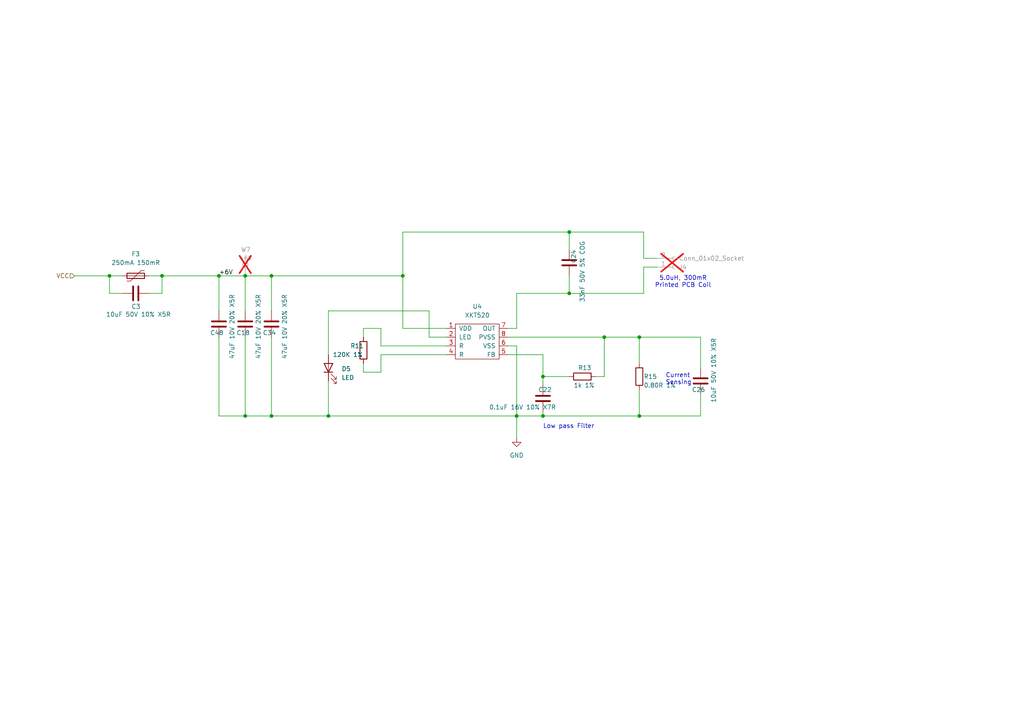
<source format=kicad_sch>
(kicad_sch (version 20250114) (generator "eeschema") (generator_version "9.0")
  (paper "A4")
  (title_block (title "Hex Charger PCB") (date "2025-10-02") (rev "1.4") (company "Systemic Games, LLC"))
  (lib_symbols
    (symbol "Connector:Conn_01x02_Socket" (pin_names (offset 1.016) (hide yes))
      (property "Reference" "J" (at 0 2.54 0))
      (property "Value" "Conn_01x02_Socket" (at 0 -5.08 0))
      (symbol "Conn_01x02_Socket_1_1"
        (polyline (pts (xy -1.27 0) (xy -0.508 0)) (stroke (width 0.1524)))
        (polyline (pts (xy -1.27 -2.54) (xy -0.508 -2.54)) (stroke (width 0.1524)))
        (arc (start 0 -0.508) (mid -0.5058 0) (end 0 0.508) (stroke (width 0.1524)))
        (arc (start 0 -3.048) (mid -0.5058 -2.54) (end 0 -2.032) (stroke (width 0.1524)))
        (pin passive line (at -5.08 0 0) (length 3.81) (name "Pin_1") (number "1"))
        (pin passive line (at -5.08 -2.54 0) (length 3.81) (name "Pin_2") (number "2"))
      )
    )
    (symbol "Device:C" (pin_numbers (hide yes)) (pin_names (offset 0.254))
      (property "Reference" "C" (at 0.635 2.54 0))
      (property "Value" "C" (at 0.635 -2.54 0))
      (symbol "C_0_1"
        (polyline (pts (xy -2.032 0.762) (xy 2.032 0.762)) (stroke (width 0.508)))
        (polyline (pts (xy -2.032 -0.762) (xy 2.032 -0.762)) (stroke (width 0.508)))
      )
      (symbol "C_1_1"
        (pin passive line (at 0 3.81 270) (length 2.794) (name "~") (number "1"))
        (pin passive line (at 0 -3.81 90) (length 2.794) (name "~") (number "2"))
      )
    )
    (symbol "Device:LED" (pin_numbers (hide yes)) (pin_names (offset 1.016) (hide yes))
      (property "Reference" "D" (at 0 2.54 0))
      (property "Value" "LED" (at 0 -2.54 0))
      (symbol "LED_0_1"
        (polyline (pts (xy -3.048 -0.762) (xy -4.572 -2.286) (xy -3.81 -2.286) (xy -4.572 -2.286) (xy -4.572 -1.524)))
        (polyline (pts (xy -1.778 -0.762) (xy -3.302 -2.286) (xy -2.54 -2.286) (xy -3.302 -2.286) (xy -3.302 -1.524)))
        (polyline (pts (xy -1.27 0) (xy 1.27 0)))
        (polyline (pts (xy -1.27 -1.27) (xy -1.27 1.27)) (stroke (width 0.254)))
        (polyline (pts (xy 1.27 -1.27) (xy 1.27 1.27) (xy -1.27 0) (xy 1.27 -1.27)) (stroke (width 0.254)))
      )
      (symbol "LED_1_1"
        (pin passive line (at -3.81 0 0) (length 2.54) (name "K") (number "1"))
        (pin passive line (at 3.81 0 180) (length 2.54) (name "A") (number "2"))
      )
    )
    (symbol "Device:Polyfuse" (pin_numbers (hide yes)) (pin_names (offset 0))
      (property "Reference" "F" (at -2.54 0 90))
      (property "Value" "Polyfuse" (at 2.54 0 90))
      (symbol "Polyfuse_0_1"
        (polyline (pts (xy -1.524 2.54) (xy -1.524 1.524) (xy 1.524 -1.524) (xy 1.524 -2.54)))
        (rectangle (start -0.762 2.54) (end 0.762 -2.54) (stroke (width 0.254)))
        (polyline (pts (xy 0 2.54) (xy 0 -2.54)))
      )
      (symbol "Polyfuse_1_1"
        (pin passive line (at 0 3.81 270) (length 1.27) (name "~") (number "1"))
        (pin passive line (at 0 -3.81 90) (length 1.27) (name "~") (number "2"))
      )
    )
    (symbol "Device:R" (pin_numbers (hide yes)) (pin_names (offset 0))
      (property "Reference" "R" (at 2.032 0 90))
      (property "Value" "R" (at 0 0 90))
      (symbol "R_0_1"
        (rectangle (start -1.016 -2.54) (end 1.016 2.54) (stroke (width 0.254)))
      )
      (symbol "R_1_1"
        (pin passive line (at 0 3.81 270) (length 1.27) (name "~") (number "1"))
        (pin passive line (at 0 -3.81 90) (length 1.27) (name "~") (number "2"))
      )
    )
    (symbol "Pixels-dice:TEST_1P-conn" (pin_numbers (hide yes)) (pin_names (offset 0.762) (hide yes))
      (property "Reference" "W" (at 0 6.858 0))
      (property "Value" "TEST_1P-conn" (at 0 5.08 0))
      (symbol "TEST_1P-conn_0_1"
        (circle (center 0 3.302) (radius 0.762))
      )
      (symbol "TEST_1P-conn_1_1"
        (pin passive line (at 0 0 90) (length 2.54) (name "1") (number "1"))
      )
    )
    (symbol "Pixels-dice:XKT520" (pin_names (offset 1.016))
      (property "Reference" "U" (at 0 6.35 0))
      (property "Value" "XKT520" (at 0 -6.35 0))
      (symbol "XKT520_0_1"
        (rectangle (start -6.35 5.08) (end 6.35 -5.08))
      )
      (symbol "XKT520_1_1"
        (pin power_in line (at -8.89 3.81 0) (length 2.54) (name "VDD") (number "1"))
        (pin output line (at -8.89 1.27 0) (length 2.54) (name "LED") (number "2"))
        (pin passive line (at -8.89 -1.27 0) (length 2.54) (name "R") (number "3"))
        (pin passive line (at -8.89 -3.81 0) (length 2.54) (name "R") (number "4"))
        (pin output line (at 8.89 3.81 180) (length 2.54) (name "OUT") (number "7"))
        (pin output line (at 8.89 1.27 180) (length 2.54) (name "PVSS") (number "8"))
        (pin power_in line (at 8.89 -1.27 180) (length 2.54) (name "VSS") (number "6"))
        (pin input line (at 8.89 -3.81 180) (length 2.54) (name "FB") (number "5"))
      )
    )
    (symbol "power:GND" (power) (pin_numbers (hide yes)) (pin_names (offset 0) (hide yes))
      (property "Value" "GND" (at 0 -3.81 0))
      (symbol "GND_0_1"
        (polyline (pts (xy 0 0) (xy 0 -1.27) (xy 1.27 -1.27) (xy 0 -2.54) (xy -1.27 -1.27) (xy 0 -1.27)))
      )
      (symbol "GND_1_1"
        (pin power_in line (at 0 0 270) (length 0) (name "~") (number "1"))
      )
    )
  )
  (text "5.0uH, 300mR\nPrinted PCB Coil" (at 198.12 81.788 0) (effects (font (size 1.27 1.27))))
  (text "Current\nSensing" (at 193.04 111.76 0) (effects (font (size 1.27 1.27)) (justify left bottom)))
  (text "Low pass Filter" (at 157.48 124.46 0) (effects (font (size 1.27 1.27)) (justify left bottom)))
  (junction (at 71.12 80.01))
  (junction (at 185.42 120.65))
  (junction (at 157.48 120.65))
  (junction (at 63.5 80.01))
  (junction (at 157.48 109.22))
  (junction (at 185.42 97.79))
  (junction (at 71.12 120.65))
  (junction (at 165.1 67.31))
  (junction (at 78.74 80.01))
  (junction (at 46.99 80.01))
  (junction (at 116.84 80.01))
  (junction (at 78.74 120.65))
  (junction (at 175.26 97.79))
  (junction (at 31.75 80.01))
  (junction (at 165.1 85.09))
  (junction (at 149.86 120.65))
  (junction (at 95.25 120.65))
  (wire (pts (xy 116.84 67.31) (xy 116.84 80.01)))
  (wire (pts (xy 185.42 97.79) (xy 185.42 105.41)))
  (wire (pts (xy 71.12 80.01) (xy 78.74 80.01)))
  (wire (pts (xy 165.1 85.09) (xy 149.86 85.09)))
  (wire (pts (xy 149.86 95.25) (xy 147.32 95.25)))
  (wire (pts (xy 110.49 100.33) (xy 129.54 100.33)))
  (wire (pts (xy 116.84 95.25) (xy 129.54 95.25)))
  (wire (pts (xy 185.42 120.65) (xy 157.48 120.65)))
  (wire (pts (xy 95.25 110.49) (xy 95.25 120.65)))
  (wire (pts (xy 105.41 95.25) (xy 105.41 97.79)))
  (wire (pts (xy 203.2 114.3) (xy 203.2 120.65)))
  (wire (pts (xy 186.69 85.09) (xy 186.69 77.47)))
  (wire (pts (xy 63.5 80.01) (xy 63.5 90.17)))
  (wire (pts (xy 124.46 97.79) (xy 129.54 97.79)))
  (wire (pts (xy 175.26 109.22) (xy 175.26 97.79)))
  (wire (pts (xy 165.1 67.31) (xy 165.1 72.39)))
  (wire (pts (xy 46.99 85.09) (xy 46.99 80.01)))
  (wire (pts (xy 78.74 80.01) (xy 78.74 90.17)))
  (wire (pts (xy 116.84 67.31) (xy 165.1 67.31)))
  (wire (pts (xy 71.12 80.01) (xy 71.12 90.17)))
  (wire (pts (xy 165.1 67.31) (xy 186.69 67.31)))
  (wire (pts (xy 110.49 95.25) (xy 105.41 95.25)))
  (wire (pts (xy 157.48 109.22) (xy 165.1 109.22)))
  (wire (pts (xy 149.86 100.33) (xy 147.32 100.33)))
  (wire (pts (xy 63.5 120.65) (xy 71.12 120.65)))
  (wire (pts (xy 185.42 113.03) (xy 185.42 120.65)))
  (wire (pts (xy 46.99 80.01) (xy 63.5 80.01)))
  (wire (pts (xy 149.86 100.33) (xy 149.86 120.65)))
  (wire (pts (xy 105.41 107.95) (xy 105.41 105.41)))
  (wire (pts (xy 175.26 97.79) (xy 185.42 97.79)))
  (wire (pts (xy 43.18 85.09) (xy 46.99 85.09)))
  (wire (pts (xy 78.74 80.01) (xy 116.84 80.01)))
  (wire (pts (xy 186.69 74.93) (xy 186.69 67.31)))
  (wire (pts (xy 165.1 85.09) (xy 186.69 85.09)))
  (wire (pts (xy 31.75 85.09) (xy 31.75 80.01)))
  (wire (pts (xy 124.46 97.79) (xy 124.46 90.17)))
  (wire (pts (xy 190.5 74.93) (xy 186.69 74.93)))
  (wire (pts (xy 35.56 85.09) (xy 31.75 85.09)))
  (wire (pts (xy 157.48 119.38) (xy 157.48 120.65)))
  (wire (pts (xy 110.49 107.95) (xy 105.41 107.95)))
  (wire (pts (xy 149.86 120.65) (xy 149.86 127)))
  (wire (pts (xy 147.32 102.87) (xy 157.48 102.87)))
  (wire (pts (xy 71.12 80.01) (xy 63.5 80.01)))
  (wire (pts (xy 71.12 120.65) (xy 78.74 120.65)))
  (wire (pts (xy 31.75 80.01) (xy 35.56 80.01)))
  (wire (pts (xy 157.48 109.22) (xy 157.48 102.87)))
  (wire (pts (xy 110.49 102.87) (xy 129.54 102.87)))
  (wire (pts (xy 78.74 97.79) (xy 78.74 120.65)))
  (wire (pts (xy 203.2 120.65) (xy 185.42 120.65)))
  (wire (pts (xy 43.18 80.01) (xy 46.99 80.01)))
  (wire (pts (xy 172.72 109.22) (xy 175.26 109.22)))
  (wire (pts (xy 165.1 80.01) (xy 165.1 85.09)))
  (wire (pts (xy 149.86 120.65) (xy 157.48 120.65)))
  (wire (pts (xy 95.25 90.17) (xy 95.25 102.87)))
  (wire (pts (xy 71.12 97.79) (xy 71.12 120.65)))
  (wire (pts (xy 110.49 107.95) (xy 110.49 102.87)))
  (wire (pts (xy 110.49 95.25) (xy 110.49 100.33)))
  (wire (pts (xy 63.5 97.79) (xy 63.5 120.65)))
  (wire (pts (xy 149.86 85.09) (xy 149.86 95.25)))
  (wire (pts (xy 186.69 77.47) (xy 190.5 77.47)))
  (wire (pts (xy 116.84 80.01) (xy 116.84 95.25)))
  (wire (pts (xy 95.25 90.17) (xy 124.46 90.17)))
  (wire (pts (xy 78.74 120.65) (xy 95.25 120.65)))
  (wire (pts (xy 157.48 109.22) (xy 157.48 111.76)))
  (wire (pts (xy 185.42 97.79) (xy 203.2 97.79)))
  (wire (pts (xy 21.59 80.01) (xy 31.75 80.01)))
  (wire (pts (xy 147.32 97.79) (xy 175.26 97.79)))
  (wire (pts (xy 95.25 120.65) (xy 149.86 120.65)))
  (wire (pts (xy 203.2 97.79) (xy 203.2 106.68)))
  (label "+6V" (at 63.5 80.01 0))
  (hierarchical_label "VCC" (shape input) (at 21.59 80.01 180))
  (symbol (lib_id "Device:LED") (at 95.25 106.68 90) (unit 1)
    (property "Reference" "D3" (at 99.06 106.9974 90) (effects (justify right)))
    (property "Value" "LED" (at 99.06 109.5374 90) (effects (justify right)))
    (property "Footprint" "LED_SMD:LED_0603_1608Metric" (effects (hide yes)))
    (property "Manufacturer" "Lite-On" (effects (hide yes)))
    (property "Part Number" "LTST-C191KRKT" (effects (hide yes)))
    (property "LCSC Part #" "C125099" (effects (hide yes)))
    (instances (project "main" (path "" (reference "D5") (unit 1)) (path "" (reference "D9") (unit 1)) (path "" (reference "D8") (unit 1)) (path "" (reference "D3") (unit 1)) (path "" (reference "D6") (unit 1)) (path "" (reference "D4") (unit 1)) (path "" (reference "D7") (unit 1))))
  )
  (symbol (lib_id "Device:C") (at 39.37 85.09 270) (unit 1)
    (property "Reference" "C1" (at 38.1 88.9 90) (effects (justify left)))
    (property "Value" "10uF 50V 10% X5R" (at 30.734 91.186 90) (effects (justify left)))
    (property "Footprint" "Capacitor_SMD:C_0805_2012Metric" (effects (hide yes)))
    (property "Part Number" " CGA0805X5R106K250MT" (effects (hide yes)))
    (property "Manufacturer" "HRE" (effects (hide yes)))
    (instances (project "main" (path "" (reference "C3") (unit 1)) (path "" (reference "C45") (unit 1)) (path "" (reference "C44") (unit 1)) (path "" (reference "C1") (unit 1)) (path "" (reference "C5") (unit 1)) (path "" (reference "C2") (unit 1)) (path "" (reference "C43") (unit 1))))
  )
  (symbol (lib_id "Device:R") (at 105.41 101.6 180) (unit 1)
    (property "Reference" "R5" (at 101.6 100.33 0) (effects (justify right)))
    (property "Value" "120K 1%" (at 96.52 102.87 0) (effects (justify right)))
    (property "Footprint" "Resistor_SMD:R_0402_1005Metric" (effects (hide yes)))
    (property "Part Number" "0402WGF1203TCE" (effects (hide yes)))
    (property "Manufacturer" "UNI-ROYAL(Uniroyal Elec)" (effects (hide yes)))
    (property "LCSC Part #" "C25750" (effects (hide yes)))
    (instances (project "main" (path "" (reference "R11") (unit 1)) (path "" (reference "R23") (unit 1)) (path "" (reference "R20") (unit 1)) (path "" (reference "R5") (unit 1)) (path "" (reference "R12") (unit 1)) (path "" (reference "R8") (unit 1)) (path "" (reference "R17") (unit 1))))
  )
  (symbol (lib_id "Device:C") (at 157.48 115.57 180) (unit 1)
    (property "Reference" "C10" (at 160.02 113.03 0) (effects (justify left)))
    (property "Value" "0.1uF 16V 10% X7R" (at 161.29 118.11 0) (effects (justify left)))
    (property "Footprint" "Capacitor_SMD:C_0603_1608Metric" (effects (hide yes)))
    (property "Part Number" "CGA0603X7R104K500JT" (effects (hide yes)))
    (property "Manufacturer" "HRE" (effects (hide yes)))
    (instances (project "main" (path "" (reference "C22") (unit 1)) (path "" (reference "C40") (unit 1)) (path "" (reference "C35") (unit 1)) (path "" (reference "C10") (unit 1)) (path "" (reference "C23") (unit 1)) (path "" (reference "C15") (unit 1)) (path "" (reference "C30") (unit 1))))
  )
  (symbol (lib_id "Device:C") (at 71.12 93.98 0) (unit 1)
    (property "Reference" "C8" (at 68.58 96.52 0) (effects (justify left)))
    (property "Value" "47uF 10V 20% X5R" (at 74.93 104.14 90) (effects (justify left)))
    (property "Footprint" "Capacitor_SMD:C_1206_3216Metric" (effects (hide yes)))
    (property "Part Number" " CGA1206X5R476M100NT" (effects (hide yes)))
    (property "Manufacturer" "HRE" (effects (hide yes)))
    (instances (project "main" (path "" (reference "C18") (unit 1)) (path "" (reference "C38") (unit 1)) (path "" (reference "C33") (unit 1)) (path "" (reference "C8") (unit 1)) (path "" (reference "C19") (unit 1)) (path "" (reference "C13") (unit 1)) (path "" (reference "C28") (unit 1))))
  )
  (symbol (lib_id "Device:C") (at 203.2 110.49 0) (unit 1)
    (property "Reference" "C12" (at 200.66 113.03 0) (effects (justify left)))
    (property "Value" "10uF 50V 10% X5R" (at 207.01 116.84 90) (effects (justify left)))
    (property "Footprint" "Capacitor_SMD:C_0805_2012Metric" (effects (hide yes)))
    (property "Part Number" " CGA0805X5R106K250MT" (effects (hide yes)))
    (property "Manufacturer" "HRE" (effects (hide yes)))
    (instances (project "main" (path "" (reference "C26") (unit 1)) (path "" (reference "C42") (unit 1)) (path "" (reference "C37") (unit 1)) (path "" (reference "C12") (unit 1)) (path "" (reference "C27") (unit 1)) (path "" (reference "C17") (unit 1)) (path "" (reference "C32") (unit 1))))
  )
  (symbol (lib_id "Device:R") (at 168.91 109.22 90) (unit 1)
    (property "Reference" "R6" (at 167.64 106.68 90) (effects (justify right)))
    (property "Value" "1k 1%" (at 166.37 111.76 90) (effects (justify right)))
    (property "Footprint" "Resistor_SMD:R_0402_1005Metric" (effects (hide yes)))
    (property "Part Number" "0402WGF1001TCE" (effects (hide yes)))
    (property "Manufacturer" "UNI-ROYAL(Uniroyal Elec)" (effects (hide yes)))
    (property "LCSC Part #" "C11702" (effects (hide yes)))
    (instances (project "main" (path "" (reference "R13") (unit 1)) (path "" (reference "R24") (unit 1)) (path "" (reference "R21") (unit 1)) (path "" (reference "R6") (unit 1)) (path "" (reference "R14") (unit 1)) (path "" (reference "R9") (unit 1)) (path "" (reference "R18") (unit 1))))
  )
  (symbol (lib_id "power:GND") (at 149.86 127 0) (unit 1)
    (property "Reference" "#PWR09" (effects (hide yes)))
    (property "Value" "GND" (at 149.86 132.08 0))
    (property "Description" "Power symbol creates a global label with name \"GND\" , ground" (effects (hide yes)))
    (instances (project "main" (path "" (reference "#PWR06") (unit 1)) (path "" (reference "#PWR010") (unit 1)) (path "" (reference "#PWR0101") (unit 1)) (path "" (reference "#PWR09") (unit 1)) (path "" (reference "#PWR07") (unit 1)) (path "" (reference "#PWR05") (unit 1)) (path "" (reference "#PWR08") (unit 1))))
  )
  (symbol (lib_id "Pixels-dice:XKT520") (at 138.43 99.06 0) (unit 1)
    (property "Reference" "U2" (at 138.43 88.9 0))
    (property "Value" "XKT520" (at 138.43 91.44 0))
    (property "Footprint" "Pixels-dice:SOIC-8_3.9x4.9mm_P1.27mm" (effects (hide yes)))
    (property "Manufacturer" "XKT" (effects (hide yes)))
    (property "Part Number" "520" (effects (hide yes)))
    (instances (project "main" (path "" (reference "U4") (unit 1)) (path "" (reference "U8") (unit 1)) (path "" (reference "U7") (unit 1)) (path "" (reference "U2") (unit 1)) (path "" (reference "U5") (unit 1)) (path "" (reference "U3") (unit 1)) (path "" (reference "U6") (unit 1))))
  )
  (symbol (lib_id "Device:R") (at 185.42 109.22 180) (unit 1)
    (property "Reference" "R7" (at 186.69 109.22 0) (effects (justify right)))
    (property "Value" "0.80R 1%" (at 186.69 111.76 0) (effects (justify right)))
    (property "Footprint" "Resistor_SMD:R_1206_3216Metric" (effects (hide yes)))
    (property "Part Number" " 1206W4F800LT5E" (effects (hide yes)))
    (property "Manufacturer" "UNI-ROYAL(Uniroyal Elec)" (effects (hide yes)))
    (instances (project "main" (path "" (reference "R15") (unit 1)) (path "" (reference "R25") (unit 1)) (path "" (reference "R22") (unit 1)) (path "" (reference "R7") (unit 1)) (path "" (reference "R16") (unit 1)) (path "" (reference "R10") (unit 1)) (path "" (reference "R19") (unit 1))))
  )
  (symbol (lib_id "Device:C") (at 63.5 93.98 0) (unit 1)
    (property "Reference" "C46" (at 60.96 96.52 0) (effects (justify left)))
    (property "Value" "47uF 10V 20% X5R" (at 67.31 104.14 90) (effects (justify left)))
    (property "Footprint" "Capacitor_SMD:C_1206_3216Metric" (effects (hide yes)))
    (property "Part Number" " CGA1206X5R476M100NT" (effects (hide yes)))
    (property "Manufacturer" "HRE" (effects (hide yes)))
    (instances (project "main" (path "" (reference "C48") (unit 1)) (path "" (reference "C52") (unit 1)) (path "" (reference "C51") (unit 1)) (path "" (reference "C46") (unit 1)) (path "" (reference "C49") (unit 1)) (path "" (reference "C47") (unit 1)) (path "" (reference "C50") (unit 1))))
  )
  (symbol (lib_id "Connector:Conn_01x02_Socket") (at 195.58 77.47 0) (mirror x) (unit 1) (in_bom no) (dnp yes)
    (property "Reference" "J2" (at 196.85 77.4701 0) (effects (justify left)))
    (property "Value" "Conn_01x02_Socket" (at 196.85 74.9301 0) (effects (justify left)))
    (property "Footprint" "Pixels-dice:COIL_25_6_11T_0750_0255" (effects (hide yes)))
    (property "Description" "Generic connector, single row, 01x02, script generated" (effects (hide yes)))
    (instances (project "main" (path "" (reference "J4") (unit 1)) (path "" (reference "J8") (unit 1)) (path "" (reference "J7") (unit 1)) (path "" (reference "J2") (unit 1)) (path "" (reference "J5") (unit 1)) (path "" (reference "J3") (unit 1)) (path "" (reference "J6") (unit 1))))
  )
  (symbol (lib_id "Device:C") (at 165.1 76.2 0) (mirror x) (unit 1)
    (property "Reference" "C11" (at 166.37 72.39 90) (effects (justify left)))
    (property "Value" "33nF 50V 5% COG" (at 168.91 69.85 90) (effects (justify left)))
    (property "Footprint" "Capacitor_SMD:C_1206_3216Metric" (effects (hide yes)))
    (property "Part Number" "GRM3195C1H333JA01D" (effects (hide yes)))
    (property "Manufacturer" "Murata" (effects (hide yes)))
    (property "LCSC Part #" "C97930" (effects (hide yes)))
    (instances (project "main" (path "" (reference "C24") (unit 1)) (path "" (reference "C41") (unit 1)) (path "" (reference "C36") (unit 1)) (path "" (reference "C11") (unit 1)) (path "" (reference "C25") (unit 1)) (path "" (reference "C16") (unit 1)) (path "" (reference "C31") (unit 1))))
  )
  (symbol (lib_id "Pixels-dice:TEST_1P-conn") (at 71.12 80.01 0) (unit 1) (in_bom no) (dnp yes)
    (property "Reference" "W5" (at 69.85 72.39 0) (effects (justify left)))
    (property "Value" "+6V" (at 69.088 74.93 0) (effects (justify left)))
    (property "Footprint" "Pixels-dice:TestPoint_1.5x1.5_Drill0.9mm" (effects (hide yes)))
    (instances (project "main" (path "" (reference "W7") (unit 1)) (path "" (reference "W11") (unit 1)) (path "" (reference "W10") (unit 1)) (path "" (reference "W5") (unit 1)) (path "" (reference "W8") (unit 1)) (path "" (reference "W6") (unit 1)) (path "" (reference "W9") (unit 1))))
  )
  (symbol (lib_id "Device:C") (at 78.74 93.98 0) (unit 1)
    (property "Reference" "C14" (at 76.2 96.52 0) (effects (justify left)))
    (property "Value" "47uF 10V 20% X5R" (at 82.55 104.14 90) (effects (justify left)))
    (property "Footprint" "Capacitor_SMD:C_1206_3216Metric" (effects (hide yes)))
    (property "Part Number" " CGA1206X5R476M100NT" (effects (hide yes)))
    (property "Manufacturer" "HRE" (effects (hide yes)))
    (instances (project "main" (path "" (reference "C34") (unit 1)) (path "" (reference "C59") (unit 1)) (path "" (reference "C57") (unit 1)) (path "" (reference "C14") (unit 1)) (path "" (reference "C53") (unit 1)) (path "" (reference "C21") (unit 1)) (path "" (reference "C55") (unit 1))))
  )
  (symbol (lib_id "Device:Polyfuse") (at 39.37 80.01 90) (unit 1)
    (property "Reference" "F1" (at 39.37 73.66 90))
    (property "Value" "250mA 150mR" (at 39.37 76.2 90))
    (property "Footprint" "Fuse:Fuse_1206_3216Metric" (effects (hide yes)))
    (property "Manufacturer" "BHFUSE" (effects (hide yes)))
    (property "Part Number" "BSMD1206-025-33V" (effects (hide yes)))
    (property "LCSC Part #" "C2977524" (effects (hide yes)))
    (instances (project "main" (path "" (reference "F3") (unit 1)) (path "" (reference "F7") (unit 1)) (path "" (reference "F6") (unit 1)) (path "" (reference "F1") (unit 1)) (path "" (reference "F4") (unit 1)) (path "" (reference "F2") (unit 1)) (path "" (reference "F5") (unit 1))))
  )
)
</source>
